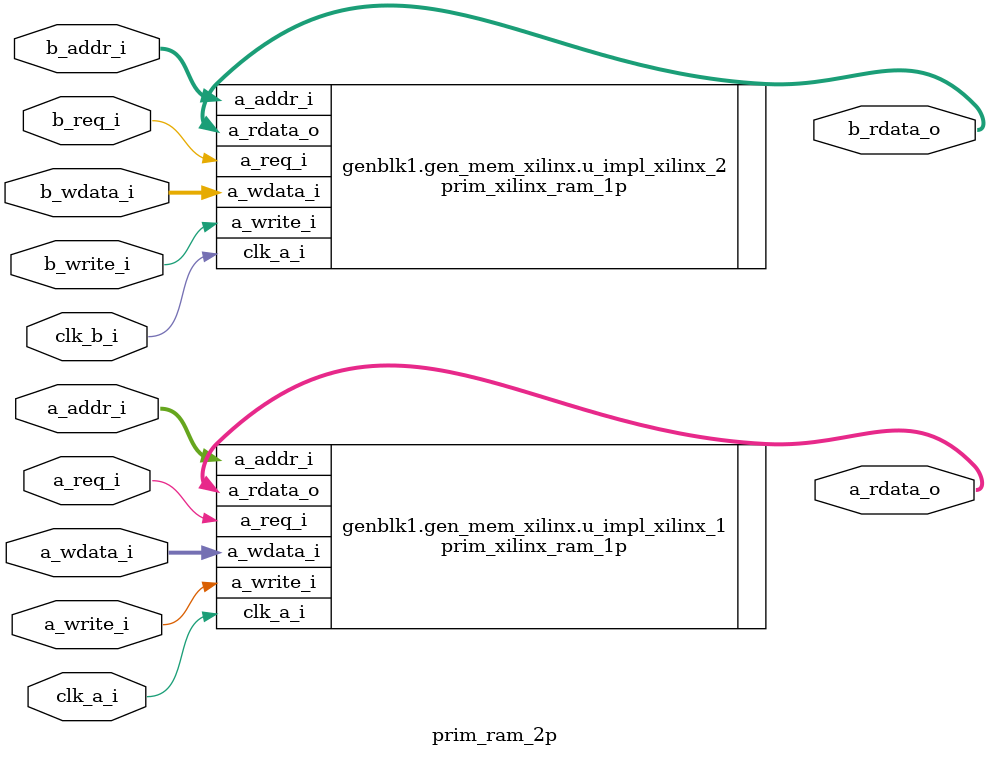
<source format=v>
module prim_ram_2p (
	clk_a_i,
	clk_b_i,
	a_req_i,
	a_write_i,
	a_addr_i,
	a_wdata_i,
	a_rdata_o,
	b_req_i,
	b_write_i,
	b_addr_i,
	b_wdata_i,
	b_rdata_o
);
	localparam prim_pkg_ImplXilinx = 1;
	parameter integer Impl = prim_pkg_ImplXilinx;
	parameter signed [31:0] Width = 32;
	parameter signed [31:0] Depth = 128;
	localparam signed [31:0] Aw = $clog2(Depth);
	input clk_a_i;
	input clk_b_i;
	input a_req_i;
	input a_write_i;
	input [Aw - 1:0] a_addr_i;
	input [Width - 1:0] a_wdata_i;
	output wire [Width - 1:0] a_rdata_o;
	input b_req_i;
	input b_write_i;
	input [Aw - 1:0] b_addr_i;
	input [Width - 1:0] b_wdata_i;
	output wire [Width - 1:0] b_rdata_o;
	localparam ImplGeneric = 0;
	localparam ImplXilinx = 1;
	generate
		if (Impl == ImplGeneric) begin : gen_mem_generic
			prim_generic_ram_2p #(
				.Width(Width),
				.Depth(Depth)
			) u_impl_generic(
				.clk_a_i(clk_a_i),
				.clk_b_i(clk_b_i),
				.a_req_i(a_req_i),
				.a_write_i(a_write_i),
				.a_addr_i(a_addr_i),
				.a_wdata_i(a_wdata_i),
				.a_rdata_o(a_rdata_o),
				.b_req_i(b_req_i),
				.b_write_i(b_write_i),
				.b_addr_i(b_addr_i),
				.b_wdata_i(b_wdata_i),
				.b_rdata_o(b_rdata_o)
			);
		end
		else if (Impl == ImplXilinx) begin : gen_mem_xilinx
			prim_xilinx_ram_1p #(
				.Width(Width),
				.Depth(Depth)
			) u_impl_xilinx_1(
				.clk_a_i(clk_a_i),
				.a_req_i(a_req_i),
				.a_write_i(a_write_i),
				.a_addr_i(a_addr_i),
				.a_wdata_i(a_wdata_i),
				.a_rdata_o(a_rdata_o)
			);
			prim_xilinx_ram_1p #(
				.Width(Width),
				.Depth(Depth)
			) u_impl_xilinx_2(
				.clk_a_i(clk_b_i),
				.a_req_i(b_req_i),
				.a_write_i(b_write_i),
				.a_addr_i(b_addr_i),
				.a_wdata_i(b_wdata_i),
				.a_rdata_o(b_rdata_o)
			);
		end
	endgenerate
endmodule

</source>
